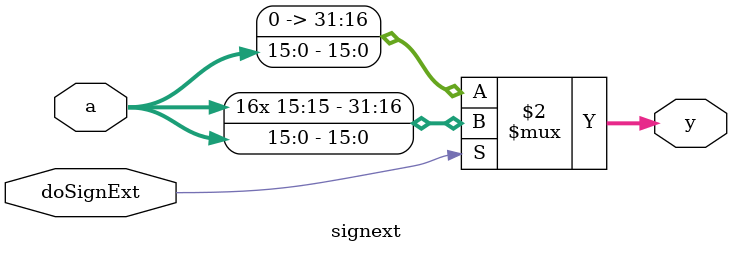
<source format=sv>

module signext(
    input  logic [15:0] a,
    output logic [31:0] y,
    input doSignExt
    );

    assign y = doSignExt ? {{16{a[15]}}, a}:a;

endmodule

</source>
